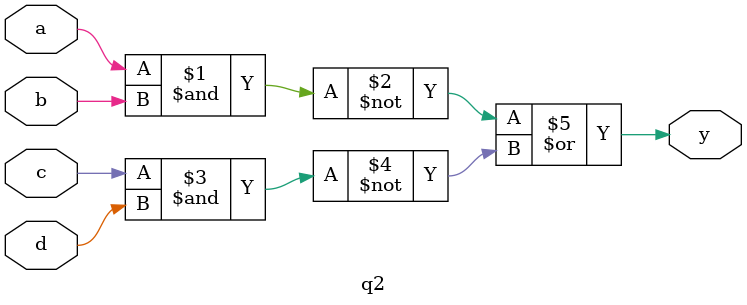
<source format=v>
module q2 (
    input a,b,c,d,
    output y
);

assign y = ~(a & b) | ~(c & d);

endmodule
</source>
